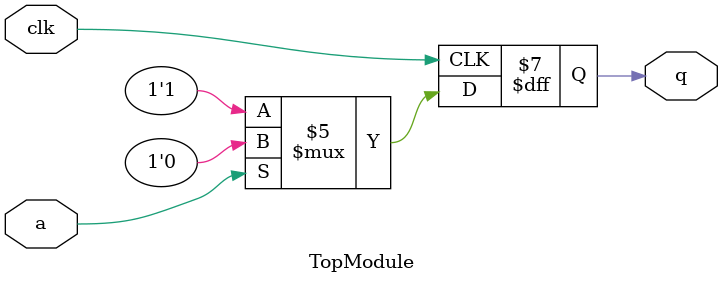
<source format=sv>
module TopModule (
    input logic clk,      // Clock signal
    input logic a,        // Input signal
    output logic q        // Output signal, registered
);

    initial begin
        q = 0; // Initialize output to 0
    end

    always @(posedge clk) begin
        if (a == 0)
            q <= 1;
        else
            q <= 0;
    end

endmodule
</source>
